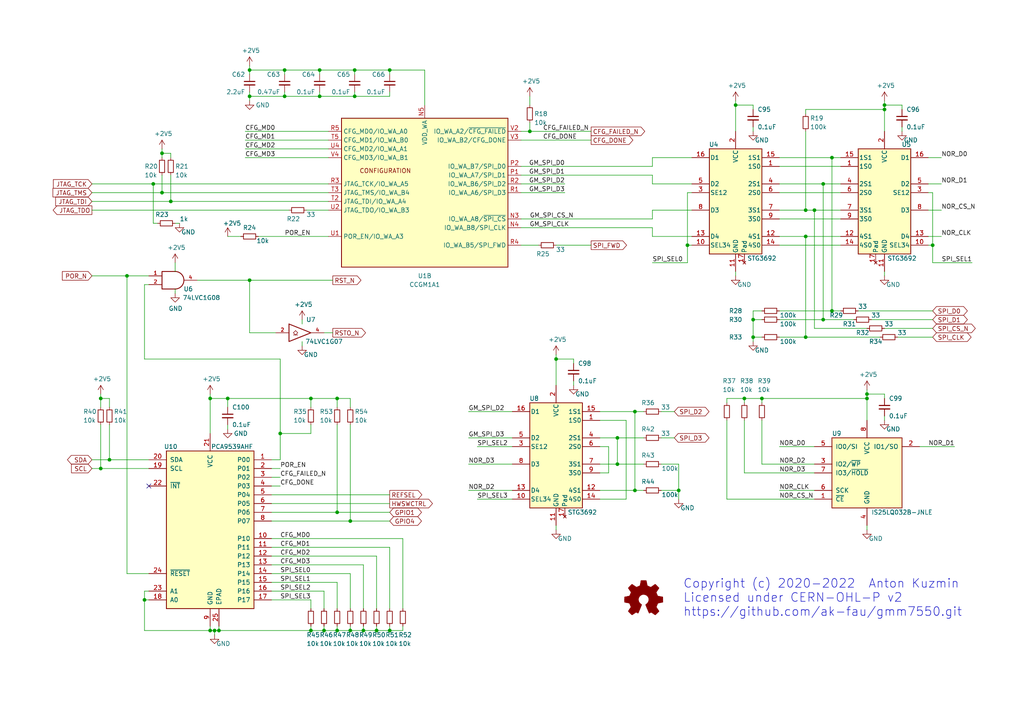
<source format=kicad_sch>
(kicad_sch (version 20230121) (generator eeschema)
  (paper "A4")
  (title_block (title "GateMate FPGA Module: GMM-7550") (date "2022-04-24") (rev "2.1"))
  (junction (at 251.46 114.3))
  (junction (at 102.87 27.94))
  (junction (at 29.21 135.89))
  (junction (at 60.96 182.88))
  (junction (at 92.71 20.32))
  (junction (at 46.99 55.88))
  (junction (at 97.79 115.57))
  (junction (at 161.29 104.14))
  (junction (at 241.3 90.17))
  (junction (at 256.54 30.48))
  (junction (at 102.87 20.32))
  (junction (at 44.45 53.34))
  (junction (at 241.3 45.72))
  (junction (at 46.99 44.45))
  (junction (at 49.53 58.42))
  (junction (at 233.68 97.79))
  (junction (at 113.03 20.32))
  (junction (at 238.76 92.71))
  (junction (at 41.91 173.99))
  (junction (at 31.75 133.35))
  (junction (at 109.22 182.88))
  (junction (at 72.39 81.28))
  (junction (at 199.39 71.12))
  (junction (at 179.07 127))
  (junction (at 62.23 182.88))
  (junction (at 105.41 182.88))
  (junction (at 251.46 115.57))
  (junction (at 270.51 71.12))
  (junction (at 97.79 182.88))
  (junction (at 233.68 68.58))
  (junction (at 82.55 27.94))
  (junction (at 72.39 27.94))
  (junction (at 196.85 142.24))
  (junction (at 66.04 115.57))
  (junction (at 81.28 125.73))
  (junction (at 215.9 115.57))
  (junction (at 92.71 27.94))
  (junction (at 72.39 20.32))
  (junction (at 101.6 182.88))
  (junction (at 82.55 20.32))
  (junction (at 179.07 134.62))
  (junction (at 63.5 182.88))
  (junction (at 218.44 97.79))
  (junction (at 113.03 182.88))
  (junction (at 93.98 182.88))
  (junction (at 218.44 92.71))
  (junction (at 236.22 60.96))
  (junction (at 29.21 115.57))
  (junction (at 233.68 60.96))
  (junction (at 213.36 30.48))
  (junction (at 184.15 142.24))
  (junction (at 97.79 148.59))
  (junction (at 101.6 151.13))
  (junction (at 90.17 182.88))
  (junction (at 36.83 80.01))
  (junction (at 184.15 119.38))
  (junction (at 153.67 38.1))
  (junction (at 238.76 53.34))
  (junction (at 220.98 115.57))
  (junction (at 256.54 31.75))
  (junction (at 60.96 115.57))
  (junction (at 90.17 115.57))
  (no_connect (at 43.18 140.97))
  (wire (pts (xy 161.29 102.87) (xy 161.29 104.14)))
  (wire (pts (xy 218.44 92.71) (xy 218.44 90.17)))
  (wire (pts (xy 41.91 171.45) (xy 41.91 173.99)))
  (wire (pts (xy 46.99 55.88) (xy 95.25 55.88)))
  (wire (pts (xy 26.67 133.35) (xy 31.75 133.35)))
  (wire (pts (xy 97.79 115.57) (xy 101.6 115.57)))
  (wire (pts (xy 81.28 140.97) (xy 78.74 140.97)))
  (wire (pts (xy 71.12 40.64) (xy 95.25 40.64)))
  (wire (pts (xy 97.79 148.59) (xy 113.03 148.59)))
  (wire (pts (xy 215.9 137.16) (xy 236.22 137.16)))
  (wire (pts (xy 236.22 95.25) (xy 251.46 95.25)))
  (wire (pts (xy 49.53 50.8) (xy 49.53 58.42)))
  (wire (pts (xy 78.74 163.83) (xy 105.41 163.83)))
  (wire (pts (xy 226.06 97.79) (xy 233.68 97.79)))
  (wire (pts (xy 269.24 68.58) (xy 273.05 68.58)))
  (wire (pts (xy 29.21 114.3) (xy 29.21 115.57)))
  (wire (pts (xy 78.74 135.89) (xy 81.28 135.89)))
  (wire (pts (xy 161.29 104.14) (xy 161.29 111.76)))
  (wire (pts (xy 161.29 104.14) (xy 166.37 104.14)))
  (wire (pts (xy 81.28 133.35) (xy 81.28 125.73)))
  (wire (pts (xy 87.63 99.06) (xy 87.63 100.33)))
  (wire (pts (xy 213.36 30.48) (xy 213.36 38.1)))
  (wire (pts (xy 256.54 121.92) (xy 256.54 120.65)))
  (wire (pts (xy 82.55 27.94) (xy 72.39 27.94)))
  (wire (pts (xy 189.23 48.26) (xy 189.23 45.72)))
  (wire (pts (xy 241.3 45.72) (xy 243.84 45.72)))
  (wire (pts (xy 173.99 121.92) (xy 181.61 121.92)))
  (wire (pts (xy 44.45 64.77) (xy 45.72 64.77)))
  (wire (pts (xy 49.53 58.42) (xy 95.25 58.42)))
  (wire (pts (xy 213.36 29.21) (xy 213.36 30.48)))
  (wire (pts (xy 213.36 30.48) (xy 218.44 30.48)))
  (wire (pts (xy 78.74 148.59) (xy 97.79 148.59)))
  (wire (pts (xy 81.28 104.14) (xy 41.91 104.14)))
  (wire (pts (xy 60.96 182.88) (xy 62.23 182.88)))
  (wire (pts (xy 213.36 78.74) (xy 213.36 80.01)))
  (wire (pts (xy 135.89 127) (xy 148.59 127)))
  (wire (pts (xy 109.22 181.61) (xy 109.22 182.88)))
  (wire (pts (xy 72.39 81.28) (xy 96.52 81.28)))
  (wire (pts (xy 66.04 124.46) (xy 66.04 123.19)))
  (wire (pts (xy 218.44 99.06) (xy 218.44 97.79)))
  (wire (pts (xy 78.74 168.91) (xy 97.79 168.91)))
  (wire (pts (xy 97.79 168.91) (xy 97.79 176.53)))
  (wire (pts (xy 189.23 68.58) (xy 200.66 68.58)))
  (wire (pts (xy 92.71 27.94) (xy 82.55 27.94)))
  (wire (pts (xy 72.39 20.32) (xy 72.39 19.05)))
  (wire (pts (xy 269.24 71.12) (xy 270.51 71.12)))
  (wire (pts (xy 226.06 48.26) (xy 243.84 48.26)))
  (wire (pts (xy 43.18 171.45) (xy 41.91 171.45)))
  (wire (pts (xy 123.19 30.48) (xy 123.19 20.32)))
  (wire (pts (xy 41.91 173.99) (xy 43.18 173.99)))
  (wire (pts (xy 151.13 38.1) (xy 153.67 38.1)))
  (wire (pts (xy 179.07 134.62) (xy 173.99 134.62)))
  (wire (pts (xy 199.39 55.88) (xy 200.66 55.88)))
  (wire (pts (xy 251.46 152.4) (xy 251.46 153.67)))
  (wire (pts (xy 63.5 181.61) (xy 63.5 182.88)))
  (wire (pts (xy 233.68 97.79) (xy 255.27 97.79)))
  (wire (pts (xy 113.03 26.67) (xy 113.03 27.94)))
  (wire (pts (xy 57.15 81.28) (xy 72.39 81.28)))
  (wire (pts (xy 93.98 171.45) (xy 93.98 176.53)))
  (wire (pts (xy 151.13 48.26) (xy 189.23 48.26)))
  (wire (pts (xy 46.99 44.45) (xy 49.53 44.45)))
  (wire (pts (xy 218.44 97.79) (xy 220.98 97.79)))
  (wire (pts (xy 66.04 115.57) (xy 66.04 118.11)))
  (wire (pts (xy 166.37 104.14) (xy 166.37 105.41)))
  (wire (pts (xy 46.99 44.45) (xy 46.99 45.72)))
  (wire (pts (xy 256.54 31.75) (xy 256.54 38.1)))
  (wire (pts (xy 210.82 115.57) (xy 215.9 115.57)))
  (wire (pts (xy 256.54 29.21) (xy 256.54 30.48)))
  (wire (pts (xy 93.98 182.88) (xy 97.79 182.88)))
  (wire (pts (xy 31.75 123.19) (xy 31.75 133.35)))
  (wire (pts (xy 116.84 182.88) (xy 116.84 181.61)))
  (wire (pts (xy 101.6 115.57) (xy 101.6 118.11)))
  (wire (pts (xy 101.6 166.37) (xy 101.6 176.53)))
  (wire (pts (xy 101.6 151.13) (xy 113.03 151.13)))
  (wire (pts (xy 226.06 92.71) (xy 238.76 92.71)))
  (wire (pts (xy 46.99 43.18) (xy 46.99 44.45)))
  (wire (pts (xy 181.61 144.78) (xy 173.99 144.78)))
  (wire (pts (xy 151.13 71.12) (xy 156.21 71.12)))
  (wire (pts (xy 226.06 68.58) (xy 233.68 68.58)))
  (wire (pts (xy 66.04 68.58) (xy 69.85 68.58)))
  (wire (pts (xy 184.15 119.38) (xy 184.15 142.24)))
  (wire (pts (xy 261.62 30.48) (xy 261.62 31.75)))
  (wire (pts (xy 135.89 142.24) (xy 148.59 142.24)))
  (wire (pts (xy 31.75 115.57) (xy 29.21 115.57)))
  (wire (pts (xy 196.85 142.24) (xy 196.85 144.78)))
  (wire (pts (xy 233.68 68.58) (xy 243.84 68.58)))
  (wire (pts (xy 210.82 144.78) (xy 236.22 144.78)))
  (wire (pts (xy 191.77 127) (xy 195.58 127)))
  (wire (pts (xy 92.71 20.32) (xy 82.55 20.32)))
  (wire (pts (xy 166.37 111.76) (xy 166.37 110.49)))
  (wire (pts (xy 49.53 44.45) (xy 49.53 45.72)))
  (wire (pts (xy 181.61 121.92) (xy 181.61 144.78)))
  (wire (pts (xy 238.76 53.34) (xy 243.84 53.34)))
  (wire (pts (xy 153.67 27.94) (xy 153.67 30.48)))
  (wire (pts (xy 29.21 123.19) (xy 29.21 135.89)))
  (wire (pts (xy 151.13 40.64) (xy 171.45 40.64)))
  (wire (pts (xy 218.44 30.48) (xy 218.44 31.75)))
  (wire (pts (xy 78.74 161.29) (xy 109.22 161.29)))
  (wire (pts (xy 90.17 173.99) (xy 90.17 176.53)))
  (wire (pts (xy 151.13 50.8) (xy 189.23 50.8)))
  (wire (pts (xy 199.39 76.2) (xy 199.39 71.12)))
  (wire (pts (xy 26.67 53.34) (xy 44.45 53.34)))
  (wire (pts (xy 226.06 55.88) (xy 243.84 55.88)))
  (wire (pts (xy 41.91 104.14) (xy 41.91 82.55)))
  (wire (pts (xy 256.54 114.3) (xy 256.54 115.57)))
  (wire (pts (xy 105.41 163.83) (xy 105.41 176.53)))
  (wire (pts (xy 90.17 125.73) (xy 90.17 123.19)))
  (wire (pts (xy 72.39 20.32) (xy 72.39 21.59)))
  (wire (pts (xy 251.46 113.03) (xy 251.46 114.3)))
  (wire (pts (xy 72.39 29.21) (xy 72.39 27.94)))
  (wire (pts (xy 173.99 127) (xy 179.07 127)))
  (wire (pts (xy 210.82 144.78) (xy 210.82 121.92)))
  (wire (pts (xy 41.91 182.88) (xy 60.96 182.88)))
  (wire (pts (xy 251.46 114.3) (xy 256.54 114.3)))
  (wire (pts (xy 256.54 95.25) (xy 270.51 95.25)))
  (wire (pts (xy 251.46 114.3) (xy 251.46 115.57)))
  (wire (pts (xy 191.77 119.38) (xy 195.58 119.38)))
  (wire (pts (xy 270.51 55.88) (xy 270.51 71.12)))
  (wire (pts (xy 113.03 27.94) (xy 102.87 27.94)))
  (wire (pts (xy 36.83 80.01) (xy 43.18 80.01)))
  (wire (pts (xy 151.13 66.04) (xy 189.23 66.04)))
  (wire (pts (xy 82.55 26.67) (xy 82.55 27.94)))
  (wire (pts (xy 191.77 134.62) (xy 196.85 134.62)))
  (wire (pts (xy 226.06 53.34) (xy 238.76 53.34)))
  (wire (pts (xy 60.96 181.61) (xy 60.96 182.88)))
  (wire (pts (xy 252.73 92.71) (xy 270.51 92.71)))
  (wire (pts (xy 50.8 64.77) (xy 52.07 64.77)))
  (wire (pts (xy 95.25 60.96) (xy 88.9 60.96)))
  (wire (pts (xy 173.99 129.54) (xy 176.53 129.54)))
  (wire (pts (xy 71.12 45.72) (xy 95.25 45.72)))
  (wire (pts (xy 135.89 134.62) (xy 148.59 134.62)))
  (wire (pts (xy 189.23 45.72) (xy 200.66 45.72)))
  (wire (pts (xy 179.07 127) (xy 179.07 134.62)))
  (wire (pts (xy 220.98 134.62) (xy 236.22 134.62)))
  (wire (pts (xy 90.17 181.61) (xy 90.17 182.88)))
  (wire (pts (xy 60.96 115.57) (xy 66.04 115.57)))
  (wire (pts (xy 210.82 116.84) (xy 210.82 115.57)))
  (wire (pts (xy 109.22 182.88) (xy 113.03 182.88)))
  (wire (pts (xy 189.23 50.8) (xy 189.23 53.34)))
  (wire (pts (xy 161.29 71.12) (xy 171.45 71.12)))
  (wire (pts (xy 269.24 53.34) (xy 273.05 53.34)))
  (wire (pts (xy 236.22 95.25) (xy 236.22 60.96)))
  (wire (pts (xy 269.24 45.72) (xy 273.05 45.72)))
  (wire (pts (xy 270.51 71.12) (xy 270.51 76.2)))
  (wire (pts (xy 102.87 20.32) (xy 92.71 20.32)))
  (wire (pts (xy 26.67 60.96) (xy 83.82 60.96)))
  (wire (pts (xy 105.41 182.88) (xy 109.22 182.88)))
  (wire (pts (xy 78.74 146.05) (xy 113.03 146.05)))
  (wire (pts (xy 41.91 182.88) (xy 41.91 173.99)))
  (wire (pts (xy 36.83 166.37) (xy 43.18 166.37)))
  (wire (pts (xy 233.68 31.75) (xy 233.68 33.02)))
  (wire (pts (xy 226.06 45.72) (xy 241.3 45.72)))
  (wire (pts (xy 81.28 125.73) (xy 81.28 104.14)))
  (wire (pts (xy 189.23 66.04) (xy 189.23 68.58)))
  (wire (pts (xy 44.45 53.34) (xy 95.25 53.34)))
  (wire (pts (xy 46.99 50.8) (xy 46.99 55.88)))
  (wire (pts (xy 81.28 138.43) (xy 78.74 138.43)))
  (wire (pts (xy 63.5 182.88) (xy 62.23 182.88)))
  (wire (pts (xy 87.63 92.71) (xy 87.63 93.98)))
  (wire (pts (xy 102.87 26.67) (xy 102.87 27.94)))
  (wire (pts (xy 113.03 182.88) (xy 116.84 182.88)))
  (wire (pts (xy 256.54 30.48) (xy 256.54 31.75)))
  (wire (pts (xy 218.44 92.71) (xy 220.98 92.71)))
  (wire (pts (xy 171.45 38.1) (xy 153.67 38.1)))
  (wire (pts (xy 31.75 118.11) (xy 31.75 115.57)))
  (wire (pts (xy 184.15 142.24) (xy 186.69 142.24)))
  (wire (pts (xy 179.07 127) (xy 186.69 127)))
  (wire (pts (xy 113.03 158.75) (xy 113.03 176.53)))
  (wire (pts (xy 189.23 63.5) (xy 189.23 60.96)))
  (wire (pts (xy 90.17 115.57) (xy 97.79 115.57)))
  (wire (pts (xy 163.83 55.88) (xy 151.13 55.88)))
  (wire (pts (xy 215.9 116.84) (xy 215.9 115.57)))
  (wire (pts (xy 184.15 142.24) (xy 173.99 142.24)))
  (wire (pts (xy 241.3 90.17) (xy 243.84 90.17)))
  (wire (pts (xy 261.62 38.1) (xy 261.62 36.83)))
  (wire (pts (xy 26.67 55.88) (xy 46.99 55.88)))
  (wire (pts (xy 105.41 181.61) (xy 105.41 182.88)))
  (wire (pts (xy 29.21 115.57) (xy 29.21 118.11)))
  (wire (pts (xy 101.6 123.19) (xy 101.6 151.13)))
  (wire (pts (xy 97.79 181.61) (xy 97.79 182.88)))
  (wire (pts (xy 92.71 20.32) (xy 92.71 21.59)))
  (wire (pts (xy 102.87 27.94) (xy 92.71 27.94)))
  (wire (pts (xy 66.04 115.57) (xy 90.17 115.57)))
  (wire (pts (xy 241.3 90.17) (xy 241.3 45.72)))
  (wire (pts (xy 218.44 90.17) (xy 220.98 90.17)))
  (wire (pts (xy 123.19 20.32) (xy 113.03 20.32)))
  (wire (pts (xy 82.55 20.32) (xy 82.55 21.59)))
  (wire (pts (xy 109.22 161.29) (xy 109.22 176.53)))
  (wire (pts (xy 36.83 80.01) (xy 36.83 166.37)))
  (wire (pts (xy 81.28 125.73) (xy 90.17 125.73)))
  (wire (pts (xy 173.99 119.38) (xy 184.15 119.38)))
  (wire (pts (xy 113.03 20.32) (xy 102.87 20.32)))
  (wire (pts (xy 233.68 97.79) (xy 233.68 68.58)))
  (wire (pts (xy 90.17 182.88) (xy 93.98 182.88)))
  (wire (pts (xy 72.39 96.52) (xy 80.01 96.52)))
  (wire (pts (xy 97.79 123.19) (xy 97.79 148.59)))
  (wire (pts (xy 184.15 119.38) (xy 186.69 119.38)))
  (wire (pts (xy 233.68 38.1) (xy 233.68 60.96)))
  (wire (pts (xy 93.98 181.61) (xy 93.98 182.88)))
  (wire (pts (xy 113.03 20.32) (xy 113.03 21.59)))
  (wire (pts (xy 199.39 71.12) (xy 199.39 55.88)))
  (wire (pts (xy 74.93 68.58) (xy 95.25 68.58)))
  (wire (pts (xy 199.39 71.12) (xy 200.66 71.12)))
  (wire (pts (xy 238.76 92.71) (xy 247.65 92.71)))
  (wire (pts (xy 97.79 115.57) (xy 97.79 118.11)))
  (wire (pts (xy 236.22 60.96) (xy 243.84 60.96)))
  (wire (pts (xy 215.9 137.16) (xy 215.9 121.92)))
  (wire (pts (xy 238.76 92.71) (xy 238.76 53.34)))
  (wire (pts (xy 191.77 142.24) (xy 196.85 142.24)))
  (wire (pts (xy 60.96 114.3) (xy 60.96 115.57)))
  (wire (pts (xy 63.5 182.88) (xy 90.17 182.88)))
  (wire (pts (xy 92.71 26.67) (xy 92.71 27.94)))
  (wire (pts (xy 138.43 144.78) (xy 148.59 144.78)))
  (wire (pts (xy 226.06 63.5) (xy 243.84 63.5)))
  (wire (pts (xy 161.29 152.4) (xy 161.29 153.67)))
  (wire (pts (xy 26.67 58.42) (xy 49.53 58.42)))
  (wire (pts (xy 102.87 20.32) (xy 102.87 21.59)))
  (wire (pts (xy 113.03 181.61) (xy 113.03 182.88)))
  (wire (pts (xy 189.23 76.2) (xy 199.39 76.2)))
  (wire (pts (xy 151.13 63.5) (xy 189.23 63.5)))
  (wire (pts (xy 176.53 129.54) (xy 176.53 137.16)))
  (wire (pts (xy 78.74 173.99) (xy 90.17 173.99)))
  (wire (pts (xy 189.23 60.96) (xy 200.66 60.96)))
  (wire (pts (xy 248.92 90.17) (xy 270.51 90.17)))
  (wire (pts (xy 138.43 129.54) (xy 148.59 129.54)))
  (wire (pts (xy 26.67 135.89) (xy 29.21 135.89)))
  (wire (pts (xy 269.24 55.88) (xy 270.51 55.88)))
  (wire (pts (xy 90.17 115.57) (xy 90.17 118.11)))
  (wire (pts (xy 220.98 116.84) (xy 220.98 115.57)))
  (wire (pts (xy 215.9 115.57) (xy 220.98 115.57)))
  (wire (pts (xy 82.55 20.32) (xy 72.39 20.32)))
  (wire (pts (xy 41.91 82.55) (xy 43.18 82.55)))
  (wire (pts (xy 218.44 38.1) (xy 218.44 36.83)))
  (wire (pts (xy 260.35 97.79) (xy 270.51 97.79)))
  (wire (pts (xy 60.96 115.57) (xy 60.96 125.73)))
  (wire (pts (xy 101.6 181.61) (xy 101.6 182.88)))
  (wire (pts (xy 29.21 135.89) (xy 43.18 135.89)))
  (wire (pts (xy 276.86 129.54) (xy 266.7 129.54)))
  (wire (pts (xy 78.74 158.75) (xy 113.03 158.75)))
  (wire (pts (xy 78.74 143.51) (xy 113.03 143.51)))
  (wire (pts (xy 44.45 53.34) (xy 44.45 64.77)))
  (wire (pts (xy 50.8 76.2) (xy 50.8 78.74)))
  (wire (pts (xy 116.84 156.21) (xy 116.84 176.53)))
  (wire (pts (xy 226.06 129.54) (xy 236.22 129.54)))
  (wire (pts (xy 50.8 85.09) (xy 50.8 83.82)))
  (wire (pts (xy 176.53 137.16) (xy 173.99 137.16)))
  (wire (pts (xy 270.51 76.2) (xy 281.94 76.2)))
  (wire (pts (xy 72.39 27.94) (xy 72.39 26.67)))
  (wire (pts (xy 226.06 142.24) (xy 236.22 142.24)))
  (wire (pts (xy 78.74 171.45) (xy 93.98 171.45)))
  (wire (pts (xy 78.74 166.37) (xy 101.6 166.37)))
  (wire (pts (xy 189.23 53.34) (xy 200.66 53.34)))
  (wire (pts (xy 153.67 38.1) (xy 153.67 35.56)))
  (wire (pts (xy 135.89 119.38) (xy 148.59 119.38)))
  (wire (pts (xy 256.54 30.48) (xy 261.62 30.48)))
  (wire (pts (xy 163.83 53.34) (xy 151.13 53.34)))
  (wire (pts (xy 78.74 151.13) (xy 101.6 151.13)))
  (wire (pts (xy 220.98 134.62) (xy 220.98 121.92)))
  (wire (pts (xy 78.74 156.21) (xy 116.84 156.21)))
  (wire (pts (xy 218.44 97.79) (xy 218.44 92.71)))
  (wire (pts (xy 26.67 80.01) (xy 36.83 80.01)))
  (wire (pts (xy 196.85 134.62) (xy 196.85 142.24)))
  (wire (pts (xy 269.24 60.96) (xy 273.05 60.96)))
  (wire (pts (xy 71.12 43.18) (xy 95.25 43.18)))
  (wire (pts (xy 226.06 90.17) (xy 241.3 90.17)))
  (wire (pts (xy 81.28 133.35) (xy 78.74 133.35)))
  (wire (pts (xy 62.23 182.88) (xy 62.23 184.15)))
  (wire (pts (xy 226.06 60.96) (xy 233.68 60.96)))
  (wire (pts (xy 233.68 31.75) (xy 256.54 31.75)))
  (wire (pts (xy 251.46 115.57) (xy 251.46 121.92)))
  (wire (pts (xy 220.98 115.57) (xy 251.46 115.57)))
  (wire (pts (xy 93.98 96.52) (xy 96.52 96.52)))
  (wire (pts (xy 226.06 71.12) (xy 243.84 71.12)))
  (wire (pts (xy 233.68 60.96) (xy 236.22 60.96)))
  (wire (pts (xy 97.79 182.88) (xy 101.6 182.88)))
  (wire (pts (xy 71.12 38.1) (xy 95.25 38.1)))
  (wire (pts (xy 101.6 182.88) (xy 105.41 182.88)))
  (wire (pts (xy 72.39 81.28) (xy 72.39 96.52)))
  (wire (pts (xy 179.07 134.62) (xy 186.69 134.62)))
  (wire (pts (xy 31.75 133.35) (xy 43.18 133.35)))
  (wire (pts (xy 256.54 78.74) (xy 256.54 80.01)))
  (text "Copyright (c) 2020-2022  Anton Kuzmin\nLicensed under CERN-OHL-P v2\nhttps://github.com/ak-fau/gmm7550.git" (at 198.12 179.07 0) (effects (font (size 2.54 2.54)) (justify left bottom)))
  (label "NOR_D3" (at 135.89 134.62 0))
  (label "GM_SPI_D0" (at 163.83 48.26 180))
  (label "NOR_CS_N" (at 226.06 144.78 0))
  (label "NOR_D1" (at 273.05 53.34 0))
  (label "SPI_SEL0" (at 189.23 76.2 0))
  (label "SPI_SEL2" (at 81.28 171.45 0))
  (label "CFG_FAILED_N" (at 157.48 38.1 0))
  (label "GM_SPI_D1" (at 163.83 50.8 180))
  (label "CFG_MD2" (at 71.12 43.18 0))
  (label "NOR_D0" (at 226.06 129.54 0))
  (label "GM_SPI_CS_N" (at 166.37 63.5 180))
  (label "SPI_SEL1" (at 281.94 76.2 180))
  (label "NOR_D2" (at 226.06 134.62 0))
  (label "POR_EN" (at 82.55 68.58 0))
  (label "SPI_SEL3" (at 138.43 144.78 0))
  (label "NOR_CS_N" (at 273.05 60.96 0))
  (label "NOR_D2" (at 135.89 142.24 0))
  (label "NOR_D3" (at 226.06 137.16 0))
  (label "CFG_DONE" (at 157.48 40.64 0))
  (label "GM_SPI_D3" (at 163.83 55.88 180))
  (label "CFG_MD3" (at 81.28 163.83 0))
  (label "CFG_MD2" (at 81.28 161.29 0))
  (label "SPI_SEL3" (at 81.28 173.99 0))
  (label "CFG_MD1" (at 81.28 158.75 0))
  (label "CFG_MD0" (at 81.28 156.21 0))
  (label "CFG_MD3" (at 71.12 45.72 0))
  (label "NOR_D1" (at 276.86 129.54 180))
  (label "NOR_CLK" (at 226.06 142.24 0))
  (label "GM_SPI_D2" (at 135.89 119.38 0))
  (label "GM_SPI_CLK" (at 165.1 66.04 180))
  (label "SPI_SEL2" (at 138.43 129.54 0))
  (label "SPI_SEL1" (at 81.28 168.91 0))
  (label "CFG_MD0" (at 71.12 38.1 0))
  (label "GM_SPI_D3" (at 135.89 127 0))
  (label "CFG_DONE" (at 81.28 140.97 0))
  (label "NOR_D0" (at 273.05 45.72 0))
  (label "CFG_MD1" (at 71.12 40.64 0))
  (label "SPI_SEL0" (at 81.28 166.37 0))
  (label "GM_SPI_D2" (at 163.83 53.34 180))
  (label "NOR_CLK" (at 273.05 68.58 0))
  (label "CFG_FAILED_N" (at 81.28 138.43 0))
  (label "POR_EN" (at 81.28 135.89 0))
  (global_label "RSTO_N" (shape output) (at 96.52 96.52 0) (property "Intersheetrefs" "${INTERSHEET_REFS}" (effects hide)))
  (global_label "JTAG_TDO" (shape output) (at 26.67 60.96 180) (property "Intersheetrefs" "${INTERSHEET_REFS}" (effects hide)))
  (global_label "HWSWCTRL" (shape output) (at 113.03 146.05 0) (property "Intersheetrefs" "${INTERSHEET_REFS}" (effects hide)))
  (global_label "CFG_DONE" (shape output) (at 171.45 40.64 0) (property "Intersheetrefs" "${INTERSHEET_REFS}" (effects hide)))
  (global_label "REFSEL" (shape output) (at 113.03 143.51 0) (property "Intersheetrefs" "${INTERSHEET_REFS}" (effects hide)))
  (global_label "JTAG_TDI" (shape input) (at 26.67 58.42 180) (property "Intersheetrefs" "${INTERSHEET_REFS}" (effects hide)))
  (global_label "SPI_D1" (shape bidirectional) (at 270.51 92.71 0) (property "Intersheetrefs" "${INTERSHEET_REFS}" (effects hide)))
  (global_label "SPI_CS_N" (shape bidirectional) (at 270.51 95.25 0) (property "Intersheetrefs" "${INTERSHEET_REFS}" (effects hide)))
  (global_label "SPI_FWD" (shape output) (at 171.45 71.12 0) (property "Intersheetrefs" "${INTERSHEET_REFS}" (effects hide)))
  (global_label "SPI_D3" (shape bidirectional) (at 195.58 127 0) (property "Intersheetrefs" "${INTERSHEET_REFS}" (effects hide)))
  (global_label "SCL" (shape input) (at 26.67 135.89 180) (property "Intersheetrefs" "${INTERSHEET_REFS}" (effects hide)))
  (global_label "SPI_CLK" (shape bidirectional) (at 270.51 97.79 0) (property "Intersheetrefs" "${INTERSHEET_REFS}" (effects hide)))
  (global_label "SDA" (shape bidirectional) (at 26.67 133.35 180) (property "Intersheetrefs" "${INTERSHEET_REFS}" (effects hide)))
  (global_label "SPI_D0" (shape bidirectional) (at 270.51 90.17 0) (property "Intersheetrefs" "${INTERSHEET_REFS}" (effects hide)))
  (global_label "JTAG_TMS" (shape input) (at 26.67 55.88 180) (property "Intersheetrefs" "${INTERSHEET_REFS}" (effects hide)))
  (global_label "JTAG_TCK" (shape input) (at 26.67 53.34 180) (property "Intersheetrefs" "${INTERSHEET_REFS}" (effects hide)))
  (global_label "SPI_D2" (shape bidirectional) (at 195.58 119.38 0) (property "Intersheetrefs" "${INTERSHEET_REFS}" (effects hide)))
  (global_label "GPIO4" (shape bidirectional) (at 113.03 151.13 0) (property "Intersheetrefs" "${INTERSHEET_REFS}" (effects hide)))
  (global_label "POR_N" (shape input) (at 26.67 80.01 180) (property "Intersheetrefs" "${INTERSHEET_REFS}" (effects hide)))
  (global_label "CFG_FAILED_N" (shape output) (at 171.45 38.1 0) (property "Intersheetrefs" "${INTERSHEET_REFS}" (effects hide)))
  (global_label "GPIO1" (shape bidirectional) (at 113.03 148.59 0) (property "Intersheetrefs" "${INTERSHEET_REFS}" (effects hide)))
  (global_label "RST_N" (shape output) (at 96.52 81.28 0) (property "Intersheetrefs" "${INTERSHEET_REFS}" (effects hide)))
  (symbol (lib_id "Device:R_Small") (at 72.39 68.58 270) (unit 1)
    (property "Reference" "R24" (at 72.39 66.04 90))
    (property "Value" "10k" (at 76.2 69.85 90))
    (property "Footprint" "Resistor_SMD:R_0402_1005Metric" (effects hide))
  )
  (symbol (lib_id "74xGxx:74LVC1G08") (at 50.8 81.28 0) (unit 1)
    (property "Reference" "U6" (at 54.61 83.82 0))
    (property "Value" "74LVC1G08" (at 58.42 86.36 0))
    (property "Footprint" "Package_TO_SOT_SMD:SOT-353_SC-70-5" (effects hide))
    (property "Datasheet" "http://www.ti.com/lit/sg/scyt129e/scyt129e.pdf" (effects hide))
  )
  (symbol (lib_id "power:GND") (at 50.8 85.09 0) (unit 1)
    (property "Reference" "#PWR0133" (effects hide))
    (property "Value" "GND" (at 50.927 89.4842 0))
  )
  (symbol (lib_id "power:+2V5") (at 50.8 76.2 0) (unit 1)
    (property "Reference" "#PWR0134" (effects hide))
    (property "Value" "+2V5" (at 51.181 71.8058 0))
  )
  (symbol (lib_id "gmm:IS25LQ032B-JNLE") (at 251.46 137.16 0) (unit 1)
    (property "Reference" "U9" (at 241.3 125.73 0) (effects (justify left)))
    (property "Value" "IS25LQ032B-JNLE" (at 252.73 148.59 0) (effects (justify left)))
    (property "Footprint" "Package_SO:SO-8_3.9x4.9mm_P1.27mm" (effects hide))
  )
  (symbol (lib_id "gmm:PCA9539AHF") (at 60.96 153.67 0) (unit 1)
    (property "Reference" "U10" (at 49.53 129.54 0))
    (property "Value" "PCA9539AHF" (at 67.31 129.54 0))
    (property "Footprint" "Package_DFN_QFN:Texas_S-PVQFN-N24_EP2.1x2.1mm" (effects hide))
  )
  (symbol (lib_id "power:GND") (at 62.23 184.15 0) (unit 1)
    (property "Reference" "#PWR0139" (effects hide))
    (property "Value" "GND" (at 64.77 186.69 0))
  )
  (symbol (lib_id "power:+2V5") (at 66.04 68.58 0) (unit 1)
    (property "Reference" "#PWR0135" (effects hide))
    (property "Value" "+2V5" (at 67.31 64.77 0))
  )
  (symbol (lib_id "Device:R_Small") (at 86.36 60.96 270) (unit 1)
    (property "Reference" "R22" (at 85.09 63.5 90))
    (property "Value" "33" (at 90.17 62.23 90))
    (property "Footprint" "Resistor_SMD:R_0402_1005Metric" (effects hide))
  )
  (symbol (lib_id "Device:R_Small") (at 48.26 64.77 270) (unit 1)
    (property "Reference" "R23" (at 46.99 62.23 90))
    (property "Value" "1k" (at 53.34 63.5 90))
    (property "Footprint" "Resistor_SMD:R_0402_1005Metric" (effects hide))
  )
  (symbol (lib_id "power:GND") (at 52.07 64.77 0) (unit 1)
    (property "Reference" "#PWR0136" (effects hide))
    (property "Value" "GND" (at 54.61 67.31 0))
  )
  (symbol (lib_id "Device:R_Small") (at 46.99 48.26 0) (unit 1)
    (property "Reference" "R20" (at 41.91 48.26 0) (effects (justify left)))
    (property "Value" "10k" (at 41.91 50.8 0) (effects (justify left)))
    (property "Footprint" "Resistor_SMD:R_0402_1005Metric" (effects hide))
  )
  (symbol (lib_id "Device:R_Small") (at 49.53 48.26 0) (unit 1)
    (property "Reference" "R21" (at 50.8 48.26 0) (effects (justify left)))
    (property "Value" "10k" (at 50.8 50.8 0) (effects (justify left)))
    (property "Footprint" "Resistor_SMD:R_0402_1005Metric" (effects hide))
  )
  (symbol (lib_id "power:+2V5") (at 46.99 43.18 0) (unit 1)
    (property "Reference" "#PWR0137" (effects hide))
    (property "Value" "+2V5" (at 47.371 38.7858 0))
  )
  (symbol (lib_id "Device:R_Small") (at 153.67 33.02 0) (unit 1)
    (property "Reference" "R18" (at 154.94 33.02 0) (effects (justify left)))
    (property "Value" "10k" (at 154.94 35.56 0) (effects (justify left)))
    (property "Footprint" "Resistor_SMD:R_0402_1005Metric" (effects hide))
  )
  (symbol (lib_id "power:+2V5") (at 153.67 27.94 0) (unit 1)
    (property "Reference" "#PWR0138" (effects hide))
    (property "Value" "+2V5" (at 154.051 23.5458 0))
  )
  (symbol (lib_id "Device:R_Small") (at 158.75 71.12 270) (unit 1)
    (property "Reference" "R25" (at 157.48 73.66 90))
    (property "Value" "33" (at 162.56 72.39 90))
    (property "Footprint" "Resistor_SMD:R_0402_1005Metric" (effects hide))
  )
  (symbol (lib_id "power:+2V5") (at 60.96 114.3 0) (unit 1)
    (property "Reference" "#PWR0140" (effects hide))
    (property "Value" "+2V5" (at 61.341 109.9058 0))
  )
  (symbol (lib_id "power:GND") (at 66.04 124.46 0) (unit 1)
    (property "Reference" "#PWR0141" (effects hide))
    (property "Value" "GND" (at 69.85 125.73 0))
  )
  (symbol (lib_id "Device:C_Small") (at 66.04 120.65 0) (unit 1)
    (property "Reference" "C100" (at 67.31 118.11 0) (effects (justify left)))
    (property "Value" "0.1uF" (at 67.31 123.19 0) (effects (justify left)))
    (property "Footprint" "Capacitor_SMD:C_0402_1005Metric" (effects hide))
  )
  (symbol (lib_id "Device:R_Small") (at 116.84 179.07 0) (unit 1)
    (property "Reference" "R52" (at 115.57 184.15 0) (effects (justify left)))
    (property "Value" "10k" (at 115.57 186.69 0) (effects (justify left)))
    (property "Footprint" "Resistor_SMD:R_0402_1005Metric" (effects hide))
  )
  (symbol (lib_id "power:GND") (at 251.46 153.67 0) (unit 1)
    (property "Reference" "#PWR0142" (effects hide))
    (property "Value" "GND" (at 254 156.21 0))
  )
  (symbol (lib_id "power:+2V5") (at 251.46 113.03 0) (unit 1)
    (property "Reference" "#PWR0143" (effects hide))
    (property "Value" "+2V5" (at 251.841 108.6358 0))
  )
  (symbol (lib_id "Device:C_Small") (at 256.54 118.11 0) (unit 1)
    (property "Reference" "C99" (at 257.81 115.57 0) (effects (justify left)))
    (property "Value" "0.1uF" (at 257.81 120.65 0) (effects (justify left)))
    (property "Footprint" "Capacitor_SMD:C_0402_1005Metric" (effects hide))
  )
  (symbol (lib_id "power:GND") (at 256.54 121.92 0) (unit 1)
    (property "Reference" "#PWR0144" (effects hide))
    (property "Value" "GND" (at 259.08 124.46 0))
  )
  (symbol (lib_id "gmm:STG3692") (at 161.29 132.08 0) (unit 1)
    (property "Reference" "U8" (at 154.94 115.57 0))
    (property "Value" "STG3692" (at 168.91 148.59 0))
    (property "Footprint" "gmm:QFN-16-1EP_2.6x1.8mm_P0.4mm_EP1.5x0.7mm" (effects hide))
  )
  (symbol (lib_id "power:+2V5") (at 161.29 102.87 0) (unit 1)
    (property "Reference" "#PWR0145" (effects hide))
    (property "Value" "+2V5" (at 161.671 98.4758 0))
  )
  (symbol (lib_id "Device:C_Small") (at 166.37 107.95 0) (unit 1)
    (property "Reference" "C98" (at 167.64 105.41 0) (effects (justify left)))
    (property "Value" "0.1uF" (at 167.64 110.49 0) (effects (justify left)))
    (property "Footprint" "Capacitor_SMD:C_0402_1005Metric" (effects hide))
  )
  (symbol (lib_id "power:GND") (at 166.37 111.76 0) (unit 1)
    (property "Reference" "#PWR0146" (effects hide))
    (property "Value" "GND" (at 168.91 114.3 0))
  )
  (symbol (lib_id "power:GND") (at 161.29 153.67 0) (unit 1)
    (property "Reference" "#PWR0147" (effects hide))
    (property "Value" "GND" (at 163.83 156.21 0))
  )
  (symbol (lib_id "gmm:STG3692") (at 213.36 58.42 0) (unit 1)
    (property "Reference" "U4" (at 207.01 41.91 0))
    (property "Value" "STG3692" (at 220.98 74.93 0))
    (property "Footprint" "gmm:QFN-16-1EP_2.6x1.8mm_P0.4mm_EP1.5x0.7mm" (effects hide))
  )
  (symbol (lib_id "power:+2V5") (at 213.36 29.21 0) (unit 1)
    (property "Reference" "#PWR0148" (effects hide))
    (property "Value" "+2V5" (at 213.741 24.8158 0))
  )
  (symbol (lib_id "Device:C_Small") (at 218.44 34.29 0) (unit 1)
    (property "Reference" "C95" (at 219.71 31.75 0) (effects (justify left)))
    (property "Value" "0.1uF" (at 219.71 36.83 0) (effects (justify left)))
    (property "Footprint" "Capacitor_SMD:C_0402_1005Metric" (effects hide))
  )
  (symbol (lib_id "power:GND") (at 218.44 38.1 0) (unit 1)
    (property "Reference" "#PWR0149" (effects hide))
    (property "Value" "GND" (at 220.98 40.64 0))
  )
  (symbol (lib_id "power:GND") (at 213.36 80.01 0) (unit 1)
    (property "Reference" "#PWR0150" (effects hide))
    (property "Value" "GND" (at 215.9 82.55 0))
  )
  (symbol (lib_id "gmm:STG3692") (at 256.54 58.42 0) (mirror y) (unit 1)
    (property "Reference" "U5" (at 262.89 41.91 0))
    (property "Value" "STG3692" (at 261.62 74.93 0))
    (property "Footprint" "gmm:QFN-16-1EP_2.6x1.8mm_P0.4mm_EP1.5x0.7mm" (effects hide))
  )
  (symbol (lib_id "power:+2V5") (at 256.54 29.21 0) (unit 1)
    (property "Reference" "#PWR0151" (effects hide))
    (property "Value" "+2V5" (at 256.921 24.8158 0))
  )
  (symbol (lib_id "Device:C_Small") (at 261.62 34.29 0) (unit 1)
    (property "Reference" "C96" (at 262.89 31.75 0) (effects (justify left)))
    (property "Value" "0.1uF" (at 262.89 36.83 0) (effects (justify left)))
    (property "Footprint" "Capacitor_SMD:C_0402_1005Metric" (effects hide))
  )
  (symbol (lib_id "power:GND") (at 261.62 38.1 0) (unit 1)
    (property "Reference" "#PWR0152" (effects hide))
    (property "Value" "GND" (at 264.16 40.64 0))
  )
  (symbol (lib_id "power:GND") (at 256.54 80.01 0) (unit 1)
    (property "Reference" "#PWR0153" (effects hide))
    (property "Value" "GND" (at 259.08 82.55 0))
  )
  (symbol (lib_id "Device:R_Small") (at 113.03 179.07 0) (unit 1)
    (property "Reference" "R51" (at 111.76 184.15 0) (effects (justify left)))
    (property "Value" "10k" (at 111.76 186.69 0) (effects (justify left)))
    (property "Footprint" "Resistor_SMD:R_0402_1005Metric" (effects hide))
  )
  (symbol (lib_id "Device:R_Small") (at 109.22 179.07 0) (unit 1)
    (property "Reference" "R50" (at 107.95 184.15 0) (effects (justify left)))
    (property "Value" "10k" (at 107.95 186.69 0) (effects (justify left)))
    (property "Footprint" "Resistor_SMD:R_0402_1005Metric" (effects hide))
  )
  (symbol (lib_id "Device:R_Small") (at 105.41 179.07 0) (unit 1)
    (property "Reference" "R49" (at 104.14 184.15 0) (effects (justify left)))
    (property "Value" "10k" (at 104.14 186.69 0) (effects (justify left)))
    (property "Footprint" "Resistor_SMD:R_0402_1005Metric" (effects hide))
  )
  (symbol (lib_id "Device:R_Small") (at 101.6 179.07 0) (unit 1)
    (property "Reference" "R48" (at 100.33 184.15 0) (effects (justify left)))
    (property "Value" "10k" (at 100.33 186.69 0) (effects (justify left)))
    (property "Footprint" "Resistor_SMD:R_0402_1005Metric" (effects hide))
  )
  (symbol (lib_id "Device:R_Small") (at 97.79 179.07 0) (unit 1)
    (property "Reference" "R47" (at 96.52 184.15 0) (effects (justify left)))
    (property "Value" "10k" (at 96.52 186.69 0) (effects (justify left)))
    (property "Footprint" "Resistor_SMD:R_0402_1005Metric" (effects hide))
  )
  (symbol (lib_id "Device:R_Small") (at 93.98 179.07 0) (unit 1)
    (property "Reference" "R46" (at 92.71 184.15 0) (effects (justify left)))
    (property "Value" "10k" (at 92.71 186.69 0) (effects (justify left)))
    (property "Footprint" "Resistor_SMD:R_0402_1005Metric" (effects hide))
  )
  (symbol (lib_id "Device:R_Small") (at 90.17 179.07 0) (unit 1)
    (property "Reference" "R45" (at 88.9 184.15 0) (effects (justify left)))
    (property "Value" "10k" (at 88.9 186.69 0) (effects (justify left)))
    (property "Footprint" "Resistor_SMD:R_0402_1005Metric" (effects hide))
  )
  (symbol (lib_id "Device:R_Small") (at 220.98 119.38 0) (unit 1)
    (property "Reference" "R39" (at 219.71 110.49 0) (effects (justify left)))
    (property "Value" "10k" (at 219.71 113.03 0) (effects (justify left)))
    (property "Footprint" "Resistor_SMD:R_0402_1005Metric" (effects hide))
  )
  (symbol (lib_id "Device:R_Small") (at 215.9 119.38 0) (unit 1)
    (property "Reference" "R38" (at 214.63 110.49 0) (effects (justify left)))
    (property "Value" "10k" (at 214.63 113.03 0) (effects (justify left)))
    (property "Footprint" "Resistor_SMD:R_0402_1005Metric" (effects hide))
  )
  (symbol (lib_id "Device:R_Small") (at 210.82 119.38 0) (unit 1)
    (property "Reference" "R37" (at 209.55 110.49 0) (effects (justify left)))
    (property "Value" "10k" (at 209.55 113.03 0) (effects (justify left)))
    (property "Footprint" "Resistor_SMD:R_0402_1005Metric" (effects hide))
  )
  (symbol (lib_id "Device:R_Small") (at 233.68 35.56 0) (unit 1)
    (property "Reference" "R19" (at 234.95 34.29 0) (effects (justify left)))
    (property "Value" "100k" (at 234.95 36.83 0) (effects (justify left)))
    (property "Footprint" "Resistor_SMD:R_0402_1005Metric" (effects hide))
  )
  (symbol (lib_id "Device:R_Small") (at 223.52 90.17 270) (unit 1)
    (property "Reference" "R28" (at 213.36 90.17 90))
    (property "Value" "100k" (at 228.6 91.44 90))
    (property "Footprint" "Resistor_SMD:R_0402_1005Metric" (effects hide))
  )
  (symbol (lib_id "Device:R_Small") (at 223.52 92.71 270) (unit 1)
    (property "Reference" "R30" (at 213.36 92.71 90))
    (property "Value" "100k" (at 228.6 93.98 90))
    (property "Footprint" "Resistor_SMD:R_0402_1005Metric" (effects hide))
  )
  (symbol (lib_id "Device:R_Small") (at 223.52 97.79 270) (unit 1)
    (property "Reference" "R33" (at 213.36 97.79 90))
    (property "Value" "100k" (at 228.6 99.06 90))
    (property "Footprint" "Resistor_SMD:R_0402_1005Metric" (effects hide))
  )
  (symbol (lib_id "power:GND") (at 218.44 99.06 0) (unit 1)
    (property "Reference" "#PWR0154" (effects hide))
    (property "Value" "GND" (at 220.98 101.6 0))
  )
  (symbol (lib_id "Device:R_Small") (at 246.38 90.17 270) (unit 1)
    (property "Reference" "R29" (at 242.57 91.44 90))
    (property "Value" "33" (at 250.19 88.9 90))
    (property "Footprint" "Resistor_SMD:R_0402_1005Metric" (effects hide))
  )
  (symbol (lib_id "Device:R_Small") (at 250.19 92.71 270) (unit 1)
    (property "Reference" "R31" (at 246.38 93.98 90))
    (property "Value" "33" (at 254 91.44 90))
    (property "Footprint" "Resistor_SMD:R_0402_1005Metric" (effects hide))
  )
  (symbol (lib_id "Device:R_Small") (at 254 95.25 270) (unit 1)
    (property "Reference" "R32" (at 250.19 96.52 90))
    (property "Value" "33" (at 257.81 93.98 90))
    (property "Footprint" "Resistor_SMD:R_0402_1005Metric" (effects hide))
  )
  (symbol (lib_id "Device:R_Small") (at 257.81 97.79 270) (unit 1)
    (property "Reference" "R34" (at 254 99.06 90))
    (property "Value" "33" (at 261.62 96.52 90))
    (property "Footprint" "Resistor_SMD:R_0402_1005Metric" (effects hide))
  )
  (symbol (lib_id "Device:R_Small") (at 189.23 119.38 270) (unit 1)
    (property "Reference" "R36" (at 187.96 116.84 90))
    (property "Value" "33" (at 193.04 118.11 90))
    (property "Footprint" "Resistor_SMD:R_0402_1005Metric" (effects hide))
  )
  (symbol (lib_id "Device:R_Small") (at 189.23 127 270) (unit 1)
    (property "Reference" "R42" (at 187.96 124.46 90))
    (property "Value" "33" (at 193.04 125.73 90))
    (property "Footprint" "Resistor_SMD:R_0402_1005Metric" (effects hide))
  )
  (symbol (lib_id "Device:R_Small") (at 189.23 134.62 270) (unit 1)
    (property "Reference" "R43" (at 187.96 132.08 90))
    (property "Value" "100k" (at 194.31 135.89 90))
    (property "Footprint" "Resistor_SMD:R_0402_1005Metric" (effects hide))
  )
  (symbol (lib_id "Device:R_Small") (at 189.23 142.24 270) (unit 1)
    (property "Reference" "R44" (at 187.96 139.7 90))
    (property "Value" "100k" (at 194.31 143.51 90))
    (property "Footprint" "Resistor_SMD:R_0402_1005Metric" (effects hide))
  )
  (symbol (lib_id "power:GND") (at 196.85 144.78 0) (unit 1)
    (property "Reference" "#PWR0155" (effects hide))
    (property "Value" "GND" (at 199.39 147.32 0))
  )
  (symbol (lib_id "Graphic:Logo_Open_Hardware_Small") (at 186.69 173.99 0) (unit 1)
    (property "Reference" "#LOGO4" (effects hide))
    (property "Value" "Logo_Open_Hardware_Small" (effects hide))
  )
  (symbol (lib_id "Device:C_Small") (at 113.03 24.13 0) (mirror y) (unit 1)
    (property "Reference" "C66" (at 111.76 21.59 0) (effects (justify left)))
    (property "Value" "0.1uF" (at 111.76 26.67 0) (effects (justify left)))
    (property "Footprint" "Capacitor_SMD:C_0402_1005Metric" (effects hide))
  )
  (symbol (lib_id "Device:C_Small") (at 102.87 24.13 0) (mirror y) (unit 1)
    (property "Reference" "C65" (at 101.6 21.59 0) (effects (justify left)))
    (property "Value" "0.1uF" (at 101.6 26.67 0) (effects (justify left)))
    (property "Footprint" "Capacitor_SMD:C_0402_1005Metric" (effects hide))
  )
  (symbol (lib_id "Device:C_Small") (at 92.71 24.13 0) (mirror y) (unit 1)
    (property "Reference" "C64" (at 91.44 21.59 0) (effects (justify left)))
    (property "Value" "0.1uF" (at 91.44 26.67 0) (effects (justify left)))
    (property "Footprint" "Capacitor_SMD:C_0402_1005Metric" (effects hide))
  )
  (symbol (lib_id "Device:C_Small") (at 82.55 24.13 0) (mirror y) (unit 1)
    (property "Reference" "C63" (at 81.28 21.59 0) (effects (justify left)))
    (property "Value" "0.47uF" (at 81.28 26.67 0) (effects (justify left)))
    (property "Footprint" "Capacitor_SMD:C_0603_1608Metric" (effects hide))
  )
  (symbol (lib_id "Device:C_Small") (at 72.39 24.13 0) (mirror y) (unit 1)
    (property "Reference" "C62" (at 71.12 21.59 0) (effects (justify left)))
    (property "Value" "2.2uF" (at 71.12 26.67 0) (effects (justify left)))
    (property "Footprint" "Capacitor_SMD:C_0805_2012Metric" (effects hide))
  )
  (symbol (lib_id "power:GND") (at 72.39 29.21 0) (mirror y) (unit 1)
    (property "Reference" "#PWR019" (effects hide))
    (property "Value" "GND" (at 76.2 30.48 0))
  )
  (symbol (lib_id "Device:R_Small") (at 97.79 120.65 0) (unit 1)
    (property "Reference" "R53" (at 92.71 119.38 0) (effects (justify left)))
    (property "Value" "10k" (at 92.71 121.92 0) (effects (justify left)))
    (property "Footprint" "Resistor_SMD:R_0402_1005Metric" (effects hide))
  )
  (symbol (lib_id "Device:R_Small") (at 101.6 120.65 0) (unit 1)
    (property "Reference" "R54" (at 102.87 119.38 0) (effects (justify left)))
    (property "Value" "10k" (at 102.87 121.92 0) (effects (justify left)))
    (property "Footprint" "Resistor_SMD:R_0402_1005Metric" (effects hide))
  )
  (symbol (lib_id "power:+2V5") (at 72.39 19.05 0) (unit 1)
    (property "Reference" "#PWR018" (effects hide))
    (property "Value" "+2V5" (at 72.771 14.6558 0))
  )
  (symbol (lib_id "74xGxx:74LVC1G07") (at 87.63 96.52 0) (unit 1)
    (property "Reference" "U7" (at 90.17 92.71 0))
    (property "Value" "74LVC1G07" (at 93.98 99.06 0))
    (property "Footprint" "Package_TO_SOT_SMD:SOT-23-5" (effects hide))
  )
  (symbol (lib_id "power:GND") (at 87.63 100.33 0) (unit 1)
    (property "Reference" "#PWR0156" (effects hide))
    (property "Value" "GND" (at 90.17 102.87 0))
  )
  (symbol (lib_id "power:+2V5") (at 87.63 92.71 0) (unit 1)
    (property "Reference" "#PWR0157" (effects hide))
    (property "Value" "+2V5" (at 88.011 88.3158 0))
  )
  (symbol (lib_id "Device:R_Small") (at 90.17 120.65 0) (unit 1)
    (property "Reference" "R35" (at 85.09 119.38 0) (effects (justify left)))
    (property "Value" "10k" (at 85.09 121.92 0) (effects (justify left)))
    (property "Footprint" "Resistor_SMD:R_0402_1005Metric" (effects hide))
  )
  (symbol (lib_id "Device:R_Small") (at 29.21 120.65 0) (unit 1)
    (property "Reference" "R40" (at 24.13 119.38 0) (effects (justify left)))
    (property "Value" "10k" (at 24.13 121.92 0) (effects (justify left)))
    (property "Footprint" "Resistor_SMD:R_0402_1005Metric" (effects hide))
  )
  (symbol (lib_id "FPGA_CologneChip_GateMate:CCGM1A1") (at 123.19 55.88 0) (unit 2)
    (property "Reference" "U1" (at 123.19 80.01 0))
    (property "Value" "CCGM1A1" (at 123.19 82.55 0))
    (property "Footprint" "Package_BGA:BGA-324_15.0x15.0mm_Layout18x18_P0.8mm_Ball0.45mm_Pad0.35mm_NSMD" (effects hide))
    (property "Datasheet" "https://colognechip.com/docs/ds1001-gatemate1-datasheet-2021-07.pdf" (effects hide))
  )
  (symbol (lib_id "power:+2V5") (at 29.21 114.3 0) (unit 1)
    (property "Reference" "#PWR0118" (effects hide))
    (property "Value" "+2V5" (at 29.591 109.9058 0))
  )
  (symbol (lib_id "Device:R_Small") (at 31.75 120.65 0) (unit 1)
    (property "Reference" "R41" (at 33.02 119.38 0) (effects (justify left)))
    (property "Value" "10k" (at 33.02 121.92 0) (effects (justify left)))
    (property "Footprint" "Resistor_SMD:R_0402_1005Metric" (effects hide))
  )
)
</source>
